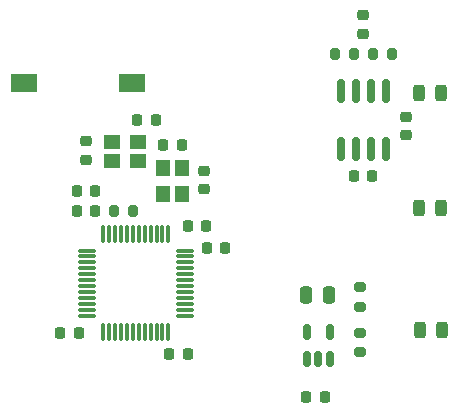
<source format=gbr>
%TF.GenerationSoftware,KiCad,Pcbnew,7.0.11-rc3*%
%TF.CreationDate,2025-03-16T23:26:39+08:00*%
%TF.ProjectId,dashboard,64617368-626f-4617-9264-2e6b69636164,rev?*%
%TF.SameCoordinates,Original*%
%TF.FileFunction,Paste,Top*%
%TF.FilePolarity,Positive*%
%FSLAX46Y46*%
G04 Gerber Fmt 4.6, Leading zero omitted, Abs format (unit mm)*
G04 Created by KiCad (PCBNEW 7.0.11-rc3) date 2025-03-16 23:26:39*
%MOMM*%
%LPD*%
G01*
G04 APERTURE LIST*
G04 Aperture macros list*
%AMRoundRect*
0 Rectangle with rounded corners*
0 $1 Rounding radius*
0 $2 $3 $4 $5 $6 $7 $8 $9 X,Y pos of 4 corners*
0 Add a 4 corners polygon primitive as box body*
4,1,4,$2,$3,$4,$5,$6,$7,$8,$9,$2,$3,0*
0 Add four circle primitives for the rounded corners*
1,1,$1+$1,$2,$3*
1,1,$1+$1,$4,$5*
1,1,$1+$1,$6,$7*
1,1,$1+$1,$8,$9*
0 Add four rect primitives between the rounded corners*
20,1,$1+$1,$2,$3,$4,$5,0*
20,1,$1+$1,$4,$5,$6,$7,0*
20,1,$1+$1,$6,$7,$8,$9,0*
20,1,$1+$1,$8,$9,$2,$3,0*%
G04 Aperture macros list end*
%ADD10RoundRect,0.225000X0.225000X0.250000X-0.225000X0.250000X-0.225000X-0.250000X0.225000X-0.250000X0*%
%ADD11RoundRect,0.150000X0.150000X-0.825000X0.150000X0.825000X-0.150000X0.825000X-0.150000X-0.825000X0*%
%ADD12RoundRect,0.243750X0.243750X0.456250X-0.243750X0.456250X-0.243750X-0.456250X0.243750X-0.456250X0*%
%ADD13RoundRect,0.225000X-0.225000X-0.250000X0.225000X-0.250000X0.225000X0.250000X-0.225000X0.250000X0*%
%ADD14RoundRect,0.250000X-0.250000X-0.475000X0.250000X-0.475000X0.250000X0.475000X-0.250000X0.475000X0*%
%ADD15R,2.180000X1.600000*%
%ADD16RoundRect,0.225000X0.250000X-0.225000X0.250000X0.225000X-0.250000X0.225000X-0.250000X-0.225000X0*%
%ADD17RoundRect,0.150000X0.150000X-0.512500X0.150000X0.512500X-0.150000X0.512500X-0.150000X-0.512500X0*%
%ADD18RoundRect,0.075000X-0.075000X0.662500X-0.075000X-0.662500X0.075000X-0.662500X0.075000X0.662500X0*%
%ADD19RoundRect,0.075000X-0.662500X0.075000X-0.662500X-0.075000X0.662500X-0.075000X0.662500X0.075000X0*%
%ADD20RoundRect,0.200000X0.275000X-0.200000X0.275000X0.200000X-0.275000X0.200000X-0.275000X-0.200000X0*%
%ADD21RoundRect,0.200000X-0.200000X-0.275000X0.200000X-0.275000X0.200000X0.275000X-0.200000X0.275000X0*%
%ADD22R,1.400000X1.200000*%
%ADD23R,1.200000X1.400000*%
%ADD24RoundRect,0.200000X-0.275000X0.200000X-0.275000X-0.200000X0.275000X-0.200000X0.275000X0.200000X0*%
%ADD25RoundRect,0.225000X-0.250000X0.225000X-0.250000X-0.225000X0.250000X-0.225000X0.250000X0.225000X0*%
G04 APERTURE END LIST*
D10*
%TO.C,C8*%
X75750000Y-69700000D03*
X74200000Y-69700000D03*
%TD*%
D11*
%TO.C,U6*%
X96595000Y-64474998D03*
X97865000Y-64474998D03*
X99135000Y-64474998D03*
X100405000Y-64474998D03*
X100405000Y-59524998D03*
X99135000Y-59524998D03*
X97865000Y-59524998D03*
X96595000Y-59524998D03*
%TD*%
D12*
%TO.C,D3*%
X105120000Y-79786625D03*
X103245000Y-79786625D03*
%TD*%
D10*
%TO.C,C17*%
X99200000Y-66725000D03*
X97650000Y-66725000D03*
%TD*%
D13*
%TO.C,C4*%
X81525000Y-64125000D03*
X83075000Y-64125000D03*
%TD*%
D14*
%TO.C,C14*%
X93637500Y-76812500D03*
X95537500Y-76812500D03*
%TD*%
D15*
%TO.C,SW1*%
X78890000Y-58900000D03*
X69710000Y-58900000D03*
%TD*%
D13*
%TO.C,C7*%
X83625000Y-71000000D03*
X85175000Y-71000000D03*
%TD*%
D16*
%TO.C,C15*%
X98395000Y-54674998D03*
X98395000Y-53124998D03*
%TD*%
D12*
%TO.C,D1*%
X105057500Y-59686625D03*
X103182500Y-59686625D03*
%TD*%
D17*
%TO.C,U7*%
X93700000Y-82200000D03*
X94650000Y-82200000D03*
X95600000Y-82200000D03*
X95600000Y-79925000D03*
X93700000Y-79925000D03*
%TD*%
D18*
%TO.C,U4*%
X81950000Y-71637500D03*
X81450000Y-71637500D03*
X80950000Y-71637500D03*
X80450000Y-71637500D03*
X79950000Y-71637500D03*
X79450000Y-71637500D03*
X78950000Y-71637500D03*
X78450000Y-71637500D03*
X77950000Y-71637500D03*
X77450000Y-71637500D03*
X76950000Y-71637500D03*
X76450000Y-71637500D03*
D19*
X75037500Y-73050000D03*
X75037500Y-73550000D03*
X75037500Y-74050000D03*
X75037500Y-74550000D03*
X75037500Y-75050000D03*
X75037500Y-75550000D03*
X75037500Y-76050000D03*
X75037500Y-76550000D03*
X75037500Y-77050000D03*
X75037500Y-77550000D03*
X75037500Y-78050000D03*
X75037500Y-78550000D03*
D18*
X76450000Y-79962500D03*
X76950000Y-79962500D03*
X77450000Y-79962500D03*
X77950000Y-79962500D03*
X78450000Y-79962500D03*
X78950000Y-79962500D03*
X79450000Y-79962500D03*
X79950000Y-79962500D03*
X80450000Y-79962500D03*
X80950000Y-79962500D03*
X81450000Y-79962500D03*
X81950000Y-79962500D03*
D19*
X83362500Y-78550000D03*
X83362500Y-78050000D03*
X83362500Y-77550000D03*
X83362500Y-77050000D03*
X83362500Y-76550000D03*
X83362500Y-76050000D03*
X83362500Y-75550000D03*
X83362500Y-75050000D03*
X83362500Y-74550000D03*
X83362500Y-74050000D03*
X83362500Y-73550000D03*
X83362500Y-73050000D03*
%TD*%
D20*
%TO.C,R19*%
X98187500Y-81662500D03*
X98187500Y-80012500D03*
%TD*%
D12*
%TO.C,D2*%
X105057500Y-69480000D03*
X103182500Y-69480000D03*
%TD*%
D16*
%TO.C,C3*%
X85000000Y-67875000D03*
X85000000Y-66325000D03*
%TD*%
D13*
%TO.C,C1*%
X79325000Y-62000000D03*
X80875000Y-62000000D03*
%TD*%
D21*
%TO.C,R21*%
X96045000Y-56424998D03*
X97695000Y-56424998D03*
%TD*%
D10*
%TO.C,C5*%
X75775000Y-68000000D03*
X74225000Y-68000000D03*
%TD*%
%TO.C,C10*%
X74350000Y-80000000D03*
X72800000Y-80000000D03*
%TD*%
D21*
%TO.C,R7*%
X77325000Y-69700000D03*
X78975000Y-69700000D03*
%TD*%
D22*
%TO.C,Y1*%
X79400000Y-63875000D03*
X77200000Y-63875000D03*
X77200000Y-65475000D03*
X79400000Y-65475000D03*
%TD*%
D13*
%TO.C,C13*%
X93637500Y-85412500D03*
X95187500Y-85412500D03*
%TD*%
D21*
%TO.C,R22*%
X99245000Y-56424998D03*
X100895000Y-56424998D03*
%TD*%
D23*
%TO.C,Y2*%
X83100000Y-68225000D03*
X83100000Y-66025000D03*
X81500000Y-66025000D03*
X81500000Y-68225000D03*
%TD*%
D24*
%TO.C,R20*%
X98187500Y-76162500D03*
X98187500Y-77812500D03*
%TD*%
D13*
%TO.C,C9*%
X85225000Y-72800000D03*
X86775000Y-72800000D03*
%TD*%
D16*
%TO.C,C2*%
X75000000Y-65350000D03*
X75000000Y-63800000D03*
%TD*%
D25*
%TO.C,C16*%
X102100000Y-61750000D03*
X102100000Y-63300000D03*
%TD*%
D13*
%TO.C,C6*%
X82025000Y-81800000D03*
X83575000Y-81800000D03*
%TD*%
M02*

</source>
